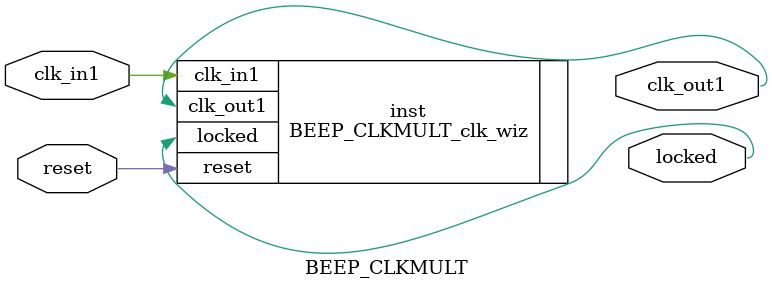
<source format=v>


`timescale 1ps/1ps

(* CORE_GENERATION_INFO = "BEEP_CLKMULT,clk_wiz_v6_0_15_0_0,{component_name=BEEP_CLKMULT,use_phase_alignment=true,use_min_o_jitter=false,use_max_i_jitter=false,use_dyn_phase_shift=false,use_inclk_switchover=false,use_dyn_reconfig=false,enable_axi=0,feedback_source=FDBK_AUTO,PRIMITIVE=MMCM,num_out_clk=1,clkin1_period=20.000,clkin2_period=10.0,use_power_down=false,use_reset=true,use_locked=true,use_inclk_stopped=false,feedback_type=SINGLE,CLOCK_MGR_TYPE=NA,manual_override=false}" *)

module BEEP_CLKMULT 
 (
  // Clock out ports
  output        clk_out1,
  // Status and control signals
  input         reset,
  output        locked,
 // Clock in ports
  input         clk_in1
 );

  BEEP_CLKMULT_clk_wiz inst
  (
  // Clock out ports  
  .clk_out1(clk_out1),
  // Status and control signals               
  .reset(reset), 
  .locked(locked),
 // Clock in ports
  .clk_in1(clk_in1)
  );

endmodule

</source>
